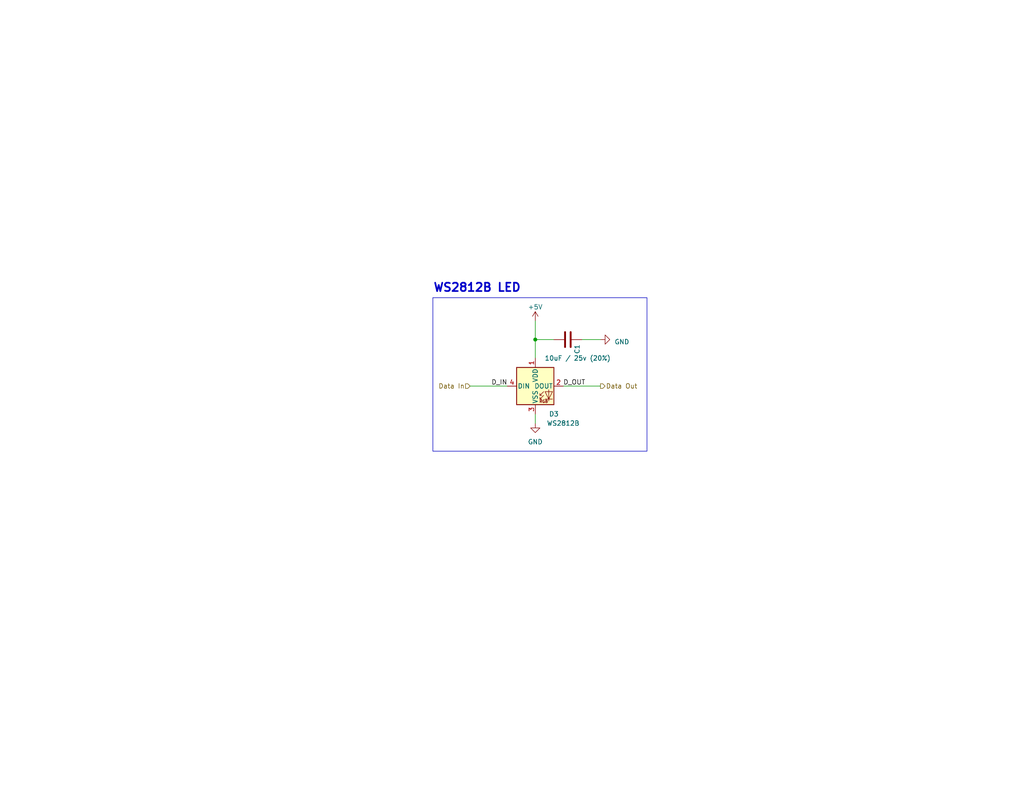
<source format=kicad_sch>
(kicad_sch (version 20230121) (generator eeschema)
  (paper "USLetter")
  (title_block (title "Kwartzlab Environmental Sensor") (date "2023-04-20") (rev "3") (company "Created By: Erin Reed (FireLabs - www.firelabs.ca)"))
  (lib_symbols
    (symbol "Device:C" (pin_numbers hide) (pin_names (offset 0.254))
      (property "Reference" "C" (at 0.635 2.54 0))
      (property "Value" "C" (at 0.635 -2.54 0))
      (symbol "C_0_1"
        (polyline (pts (xy -2.032 -0.762) (xy 2.032 -0.762)) (stroke (width 0.508)))
        (polyline (pts (xy -2.032 0.762) (xy 2.032 0.762)) (stroke (width 0.508)))
      )
      (symbol "C_1_1"
        (pin passive line (at 0 3.81 270) (length 2.794) (name "~") (number "1"))
        (pin passive line (at 0 -3.81 90) (length 2.794) (name "~") (number "2"))
      )
    )
    (symbol "LED:WS2812B" (pin_names (offset 0.254))
      (property "Reference" "D" (at 5.08 5.715 0))
      (property "Value" "WS2812B" (at 1.27 -5.715 0))
      (symbol "WS2812B_0_0"
        (text "RGB" (at 2.286 -4.191 0) (effects (font (size 0.762 0.762))))
      )
      (symbol "WS2812B_0_1"
        (polyline (pts (xy 1.27 -3.556) (xy 1.778 -3.556)))
        (polyline (pts (xy 1.27 -2.54) (xy 1.778 -2.54)))
        (polyline (pts (xy 4.699 -3.556) (xy 2.667 -3.556)))
        (polyline (pts (xy 2.286 -2.54) (xy 1.27 -3.556) (xy 1.27 -3.048)))
        (polyline (pts (xy 2.286 -1.524) (xy 1.27 -2.54) (xy 1.27 -2.032)))
        (polyline (pts (xy 3.683 -1.016) (xy 3.683 -3.556) (xy 3.683 -4.064)))
        (polyline (pts (xy 4.699 -1.524) (xy 2.667 -1.524) (xy 3.683 -3.556) (xy 4.699 -1.524)))
        (rectangle (start 5.08 5.08) (end -5.08 -5.08) (stroke (width 0.254)) (fill (type background)))
      )
      (symbol "WS2812B_1_1"
        (pin power_in line (at 0 7.62 270) (length 2.54) (name "VDD") (number "1"))
        (pin output line (at 7.62 0 180) (length 2.54) (name "DOUT") (number "2"))
        (pin power_in line (at 0 -7.62 90) (length 2.54) (name "VSS") (number "3"))
        (pin input line (at -7.62 0 0) (length 2.54) (name "DIN") (number "4"))
      )
    )
    (symbol "power:+5V" (power) (pin_names (offset 0))
      (property "Value" "+5V" (at 0 3.556 0))
      (symbol "+5V_0_1"
        (polyline (pts (xy -0.762 1.27) (xy 0 2.54)))
        (polyline (pts (xy 0 0) (xy 0 2.54)))
        (polyline (pts (xy 0 2.54) (xy 0.762 1.27)))
      )
      (symbol "+5V_1_1"
        (pin power_in line (at 0 0 90) (length 0) hide (name "+5V") (number "1"))
      )
    )
    (symbol "power:GND" (power) (pin_names (offset 0))
      (property "Value" "GND" (at 0 -3.81 0))
      (symbol "GND_0_1"
        (polyline (pts (xy 0 0) (xy 0 -1.27) (xy 1.27 -1.27) (xy 0 -2.54) (xy -1.27 -1.27) (xy 0 -1.27)))
      )
      (symbol "GND_1_1"
        (pin power_in line (at 0 0 270) (length 0) hide (name "GND") (number "1"))
      )
    )
  )
  (junction (at 146.05 92.71))
  (wire (pts (xy 158.75 92.71) (xy 163.83 92.71)))
  (wire (pts (xy 146.05 113.03) (xy 146.05 115.57)))
  (wire (pts (xy 146.05 92.71) (xy 146.05 87.63)))
  (wire (pts (xy 146.05 92.71) (xy 146.05 97.79)))
  (wire (pts (xy 128.27 105.41) (xy 138.43 105.41)))
  (wire (pts (xy 153.67 105.41) (xy 163.83 105.41)))
  (wire (pts (xy 151.13 92.71) (xy 146.05 92.71)))
  (rectangle (start 118.11 81.28) (end 176.53 123.19))
  (text "WS2812B LED\n" (at 118.11 80.01 0) (effects (font (size 2.27 2.27) (thickness 0.454) bold) (justify left bottom)))
  (label "D_IN" (at 138.43 105.41 180))
  (label "D_OUT" (at 153.67 105.41 0))
  (hierarchical_label "Data Out" (shape output) (at 163.83 105.41 0))
  (hierarchical_label "Data In" (shape input) (at 128.27 105.41 180))
  (symbol (lib_id "Device:C") (at 154.94 92.71 90) (unit 1)
    (property "Reference" "C1" (at 157.48 93.98 0) (effects (justify right)))
    (property "Value" "10uF / 25v (20%)" (at 148.59 97.79 90) (effects (justify right)))
    (property "Footprint" "Capacitor_SMD:C_0603_1608Metric" (effects hide))
    (instances (project "KwartzLab-SensorBoard-Rev3" (path "" (reference "C1") (unit 1)) (path "" (reference "C9") (unit 1))) (project "ic_esp32_wroom_32" (path "" (reference "C1") (unit 1))) (project "ic_esp32_c3_mini" (path "" (reference "C?") (unit 1))))
  )
  (symbol (lib_id "power:GND") (at 163.83 92.71 90) (unit 1)
    (property "Reference" "#PWR030" (effects hide))
    (property "Value" "GND" (at 167.64 93.345 90) (effects (justify right)))
  )
  (symbol (lib_id "power:GND") (at 146.05 115.57 0) (unit 1)
    (property "Reference" "#PWR029" (effects hide))
    (property "Value" "GND" (at 146.05 120.65 0))
  )
  (symbol (lib_id "LED:WS2812B") (at 146.05 105.41 0) (unit 1)
    (property "Reference" "D3" (at 151.13 113.03 0))
    (property "Value" "WS2812B" (at 153.67 115.57 0))
    (property "Footprint" "LED_SMD:LED_WS2812B_PLCC4_5.0x5.0mm_P3.2mm" (effects hide))
    (property "Datasheet" "https://cdn-shop.adafruit.com/datasheets/WS2812B.pdf" (effects hide))
  )
  (symbol (lib_id "power:+5V") (at 146.05 87.63 0) (unit 1)
    (property "Reference" "#PWR028" (effects hide))
    (property "Value" "+5V" (at 146.05 83.82 0))
  )
)
</source>
